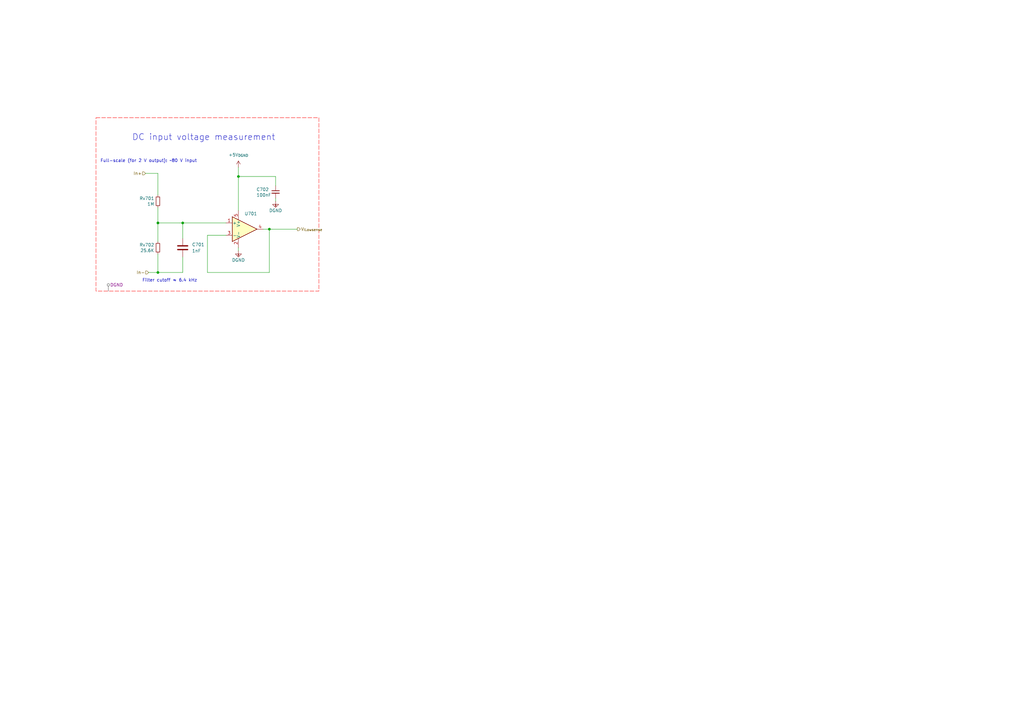
<source format=kicad_sch>
(kicad_sch (version 20250114) (generator "eeschema") (generator_version "9.0")
  (paper "A3")
  (lib_symbols
    (symbol "Device:C" (pin_numbers (hide yes)) (pin_names (offset 0.254))
      (property "Reference" "C" (at 0.635 2.54 0))
      (property "Value" "C" (at 0.635 -2.54 0))
      (symbol "C_0_1"
        (polyline (pts (xy -2.032 0.762) (xy 2.032 0.762)) (stroke (width 0.508)))
        (polyline (pts (xy -2.032 -0.762) (xy 2.032 -0.762)) (stroke (width 0.508)))
      )
      (symbol "C_1_1"
        (pin passive line (at 0 3.81 270) (length 2.794) (name "~") (number "1"))
        (pin passive line (at 0 -3.81 90) (length 2.794) (name "~") (number "2"))
      )
    )
    (symbol "Device:C_Small" (pin_numbers (hide yes)) (pin_names (offset 0.254) (hide yes))
      (property "Reference" "C" (at 0.254 1.778 0))
      (property "Value" "C_Small" (at 0.254 -2.032 0))
      (symbol "C_Small_0_1"
        (polyline (pts (xy -1.524 0.508) (xy 1.524 0.508)) (stroke (width 0.3048)))
        (polyline (pts (xy -1.524 -0.508) (xy 1.524 -0.508)) (stroke (width 0.3302)))
      )
      (symbol "C_Small_1_1"
        (pin passive line (at 0 2.54 270) (length 2.032) (name "~") (number "1"))
        (pin passive line (at 0 -2.54 90) (length 2.032) (name "~") (number "2"))
      )
    )
    (symbol "Device:R_Small" (pin_numbers (hide yes)) (pin_names (offset 0.254) (hide yes))
      (property "Reference" "R" (at 0 0 90))
      (property "Value" "R_Small" (at 1.778 0 90))
      (symbol "R_Small_0_1"
        (rectangle (start -0.762 1.778) (end 0.762 -1.778) (stroke (width 0.2032)))
      )
      (symbol "R_Small_1_1"
        (pin passive line (at 0 2.54 270) (length 0.762) (name "~") (number "1"))
        (pin passive line (at 0 -2.54 90) (length 0.762) (name "~") (number "2"))
      )
    )
    (symbol "Symbols:+12V_PGND" (power) (in_bom no) (on_board no)
      (property "Value" "+12V_PGND" (at -0.127 3.81 0))
      (symbol "+12V_PGND_0_1"
        (polyline (pts (xy -0.762 1.27) (xy 0 2.54)))
        (polyline (pts (xy 0 2.54) (xy 0.762 1.27)))
        (polyline (pts (xy 0 0) (xy 0 2.54)))
      )
      (symbol "+12V_PGND_1_1"
        (pin power_in line (at 0 0 90) (length 0) (hide yes) (name "+12V_PGND") (number "1"))
      )
    )
    (symbol "Symbols:DGND" (power) (pin_names (offset 0))
      (property "Value" "DGND" (at 0 -3.81 0))
      (symbol "DGND_0_0"
        (text "D" (at 0 -1.778 0) (effects (font (size 0.63 0.63))))
      )
      (symbol "DGND_0_1"
        (polyline (pts (xy 0 0) (xy 0 -1.27) (xy 1.27 -1.27) (xy 0 -2.54) (xy -1.27 -1.27) (xy 0 -1.27)))
      )
      (symbol "DGND_1_1"
        (pin power_in line (at 0 0 270) (length 0) (hide yes) (name "DGND") (number "1"))
      )
    )
    (symbol "Symbols:MCP6486UT-E/LT " (pin_names (offset 0.127))
      (property "Reference" "U205" (at 3.81 7.62 0))
      (property "manf#" "MCP6486UT-E/LT " (at 12.7 5.08 0))
      (symbol "MCP6486UT-E/LT _0_1"
        (polyline (pts (xy -2.54 5.08) (xy -2.54 -5.08) (xy 7.62 0) (xy -2.54 5.08)) (stroke (width 0.254)) (fill (type background)))
      )
      (symbol "MCP6486UT-E/LT _1_1"
        (pin input line (at -5.08 2.54 0) (length 2.54) (name "+") (number "1"))
        (pin input line (at -5.08 -2.54 0) (length 2.54) (name "-") (number "3"))
        (pin power_in line (at 0 7.62 270) (length 3.81) (name "V+") (number "5"))
        (pin power_in line (at 0 -7.62 90) (length 3.81) (name "V-") (number "2"))
        (pin output line (at 10.16 0 180) (length 2.54) (name "~") (number "4"))
      )
    )
  )
  (text "Filter cutoff ≈ 6.4 kHz" (at 69.596 115.062 0) (effects (font (size 1.27 1.27))))
  (text "DC input voltage measurement" (at 83.566 56.388 0) (effects (font (size 2.5 2.5))))
  (text "Full-scale (for 2 V output): ~80 V input" (at 60.96 66.04 0) (effects (font (size 1.27 1.27))))
  (junction (at 64.77 91.44))
  (junction (at 97.79 72.39))
  (junction (at 110.49 93.98))
  (junction (at 74.93 91.44))
  (junction (at 64.77 111.76))
  (wire (pts (xy 85.09 111.76) (xy 110.49 111.76)))
  (wire (pts (xy 107.95 93.98) (xy 110.49 93.98)))
  (wire (pts (xy 60.96 111.76) (xy 64.77 111.76)) (stroke (width 0.1524)))
  (wire (pts (xy 85.09 96.52) (xy 92.71 96.52)))
  (wire (pts (xy 113.03 72.39) (xy 113.03 76.2)))
  (wire (pts (xy 74.93 91.44) (xy 74.93 97.79)))
  (wire (pts (xy 113.03 81.28) (xy 113.03 82.55)))
  (wire (pts (xy 97.79 72.39) (xy 97.79 86.36)))
  (wire (pts (xy 64.77 111.76) (xy 74.93 111.76)))
  (wire (pts (xy 110.49 93.98) (xy 121.92 93.98)))
  (wire (pts (xy 110.49 93.98) (xy 110.49 111.76)))
  (wire (pts (xy 64.77 71.12) (xy 64.77 80.01)))
  (wire (pts (xy 74.93 91.44) (xy 92.71 91.44)))
  (wire (pts (xy 74.93 105.41) (xy 74.93 111.76)))
  (wire (pts (xy 64.77 104.14) (xy 64.77 111.76)) (stroke (width 0.1524)))
  (wire (pts (xy 59.69 71.12) (xy 64.77 71.12)))
  (wire (pts (xy 64.77 91.44) (xy 74.93 91.44)))
  (wire (pts (xy 85.09 96.52) (xy 85.09 111.76)))
  (wire (pts (xy 97.79 72.39) (xy 113.03 72.39)))
  (wire (pts (xy 64.77 85.09) (xy 64.77 91.44)))
  (wire (pts (xy 64.77 91.44) (xy 64.77 99.06)))
  (wire (pts (xy 97.79 101.6) (xy 97.79 102.87)))
  (wire (pts (xy 97.79 68.58) (xy 97.79 72.39)))
  (hierarchical_label "In+" (shape input) (at 59.69 71.12 180))
  (hierarchical_label "V_{ILowsense}" (shape output) (at 121.92 93.98 0))
  (hierarchical_label "In-" (shape input) (at 60.96 111.76 180))
  (rule_area (polyline (pts (xy 39.37 48.26) (xy 130.81 48.26) (xy 130.81 119.38) (xy 39.37 119.38)) (stroke (width 0) (type dash))))
  (netclass_flag "" (length 2.54) (shape round) (at 44.45 119.38 0) (property "Netclass" "DGND" (at 45.1485 116.84 0) (effects (justify left))))
  (symbol (lib_id "Symbols:DGND") (at 113.03 82.55 0) (unit 1)
    (property "Reference" "#PWR0704" (effects (hide yes)))
    (property "Value" "DGND" (at 113.03 86.36 0))
  )
  (symbol (lib_id "Symbols:DGND") (at 97.79 102.87 0) (unit 1)
    (property "Reference" "#PWR0703" (effects (hide yes)))
    (property "Value" "DGND" (at 97.79 106.68 0))
  )
  (symbol (lib_id "Symbols:+12V_PGND") (at 97.79 68.58 0) (unit 1) (in_bom no) (on_board no)
    (property "Reference" "#PWR0702" (effects (hide yes)))
    (property "Value" "+5V_{DGND}" (at 97.79 63.5 0))
  )
  (symbol (lib_id "Device:R_Small") (at 64.77 101.6 0) (mirror y) (unit 1)
    (property "Reference" "Rv702" (at 63.2714 100.4316 0) (effects (justify left)))
    (property "Value" "25.6K" (at 63.2714 102.743 0) (effects (justify left)))
    (property "Footprint" "Resistor_SMD:R_0805_2012Metric" (effects (hide yes)))
    (property "LCSC" "C46670" (effects (hide yes)))
  )
  (symbol (lib_id "Device:R_Small") (at 64.77 82.55 0) (mirror y) (unit 1)
    (property "Reference" "Rv701" (at 63.2714 81.3816 0) (effects (justify left)))
    (property "Value" "1M" (at 63.2714 83.693 0) (effects (justify left)))
    (property "Footprint" "Resistor_SMD:R_0805_2012Metric" (effects (hide yes)))
    (property "LCSC" "C17514" (effects (hide yes)))
  )
  (symbol (lib_id "Symbols:MCP6486UT-E/LT ") (at 97.79 93.98 0) (unit 1)
    (property "Reference" "U701" (at 102.87 87.63 0))
    (property "Value" "MCP6486UT-E/LT" (effects (hide yes)))
    (property "Footprint" "Package_TO_SOT_SMD:SOT-353_SC-70-5_Handsoldering" (effects (hide yes)))
    (property "Datasheet" "${KIPRJMOD}\\datasheets\\MCP6486.pdf" (effects (hide yes)))
    (property "Functional Block" "Measurement" (effects (hide yes)))
    (property "LCSC" "C5224800" (effects (hide yes)))
    (property "Rotation Offset" "90" (effects (hide yes)))
  )
  (symbol (lib_id "Device:C") (at 74.93 101.6 0) (unit 1)
    (property "Reference" "C701" (at 78.74 100.3299 0) (effects (justify left)))
    (property "Value" "1nF" (at 78.74 102.8699 0) (effects (justify left)))
    (property "Footprint" "Capacitor_SMD:C_0805_2012Metric" (effects (hide yes)))
    (property "Description" "Unpolarized capacitor" (effects (hide yes)))
    (property "LCSC" "C46653" (effects (hide yes)))
  )
  (symbol (lib_id "Device:C_Small") (at 113.03 78.74 0) (unit 1)
    (property "Reference" "C702" (at 105.156 77.724 0) (effects (justify left)))
    (property "Value" "100nF" (at 105.156 80.01 0) (effects (justify left)))
    (property "Footprint" "Capacitor_SMD:C_0805_2012Metric" (effects (hide yes)))
    (property "Datasheet" "${KIPRJMOD}\\datasheet\\KEM_C1002_X7R_SMD-3316098.pdf" (effects (hide yes)))
    (property "LCSC" "C49678" (effects (hide yes)))
  )
)
</source>
